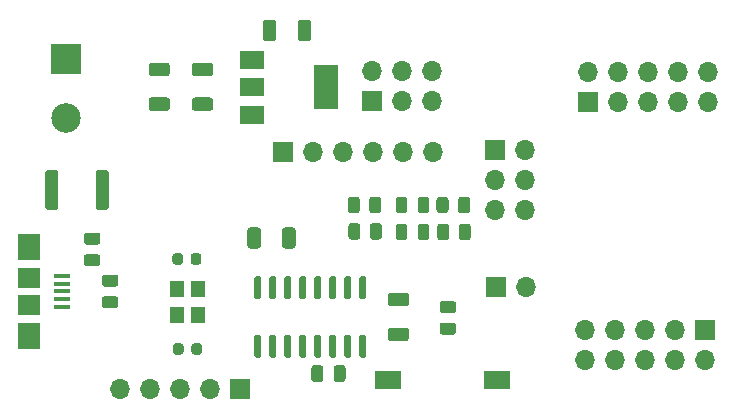
<source format=gbr>
%TF.GenerationSoftware,KiCad,Pcbnew,(5.1.7)-1*%
%TF.CreationDate,2020-11-23T17:16:41+01:00*%
%TF.ProjectId,control,636f6e74-726f-46c2-9e6b-696361645f70,rev?*%
%TF.SameCoordinates,Original*%
%TF.FileFunction,Soldermask,Top*%
%TF.FilePolarity,Negative*%
%FSLAX46Y46*%
G04 Gerber Fmt 4.6, Leading zero omitted, Abs format (unit mm)*
G04 Created by KiCad (PCBNEW (5.1.7)-1) date 2020-11-23 17:16:41*
%MOMM*%
%LPD*%
G01*
G04 APERTURE LIST*
%ADD10R,1.900000X1.800000*%
%ADD11R,1.900000X2.300000*%
%ADD12R,1.400000X0.400000*%
%ADD13R,2.500000X2.500000*%
%ADD14C,2.500000*%
%ADD15R,1.700000X1.700000*%
%ADD16O,1.700000X1.700000*%
%ADD17R,2.000000X3.800000*%
%ADD18R,2.000000X1.500000*%
%ADD19R,1.200000X1.400000*%
%ADD20R,2.180000X1.600000*%
G04 APERTURE END LIST*
%TO.C,U1*%
G36*
G01*
X135943200Y-89742600D02*
X136243200Y-89742600D01*
G75*
G02*
X136393200Y-89892600I0J-150000D01*
G01*
X136393200Y-91542600D01*
G75*
G02*
X136243200Y-91692600I-150000J0D01*
G01*
X135943200Y-91692600D01*
G75*
G02*
X135793200Y-91542600I0J150000D01*
G01*
X135793200Y-89892600D01*
G75*
G02*
X135943200Y-89742600I150000J0D01*
G01*
G37*
G36*
G01*
X134673200Y-89742600D02*
X134973200Y-89742600D01*
G75*
G02*
X135123200Y-89892600I0J-150000D01*
G01*
X135123200Y-91542600D01*
G75*
G02*
X134973200Y-91692600I-150000J0D01*
G01*
X134673200Y-91692600D01*
G75*
G02*
X134523200Y-91542600I0J150000D01*
G01*
X134523200Y-89892600D01*
G75*
G02*
X134673200Y-89742600I150000J0D01*
G01*
G37*
G36*
G01*
X133403200Y-89742600D02*
X133703200Y-89742600D01*
G75*
G02*
X133853200Y-89892600I0J-150000D01*
G01*
X133853200Y-91542600D01*
G75*
G02*
X133703200Y-91692600I-150000J0D01*
G01*
X133403200Y-91692600D01*
G75*
G02*
X133253200Y-91542600I0J150000D01*
G01*
X133253200Y-89892600D01*
G75*
G02*
X133403200Y-89742600I150000J0D01*
G01*
G37*
G36*
G01*
X132133200Y-89742600D02*
X132433200Y-89742600D01*
G75*
G02*
X132583200Y-89892600I0J-150000D01*
G01*
X132583200Y-91542600D01*
G75*
G02*
X132433200Y-91692600I-150000J0D01*
G01*
X132133200Y-91692600D01*
G75*
G02*
X131983200Y-91542600I0J150000D01*
G01*
X131983200Y-89892600D01*
G75*
G02*
X132133200Y-89742600I150000J0D01*
G01*
G37*
G36*
G01*
X130863200Y-89742600D02*
X131163200Y-89742600D01*
G75*
G02*
X131313200Y-89892600I0J-150000D01*
G01*
X131313200Y-91542600D01*
G75*
G02*
X131163200Y-91692600I-150000J0D01*
G01*
X130863200Y-91692600D01*
G75*
G02*
X130713200Y-91542600I0J150000D01*
G01*
X130713200Y-89892600D01*
G75*
G02*
X130863200Y-89742600I150000J0D01*
G01*
G37*
G36*
G01*
X129593200Y-89742600D02*
X129893200Y-89742600D01*
G75*
G02*
X130043200Y-89892600I0J-150000D01*
G01*
X130043200Y-91542600D01*
G75*
G02*
X129893200Y-91692600I-150000J0D01*
G01*
X129593200Y-91692600D01*
G75*
G02*
X129443200Y-91542600I0J150000D01*
G01*
X129443200Y-89892600D01*
G75*
G02*
X129593200Y-89742600I150000J0D01*
G01*
G37*
G36*
G01*
X128323200Y-89742600D02*
X128623200Y-89742600D01*
G75*
G02*
X128773200Y-89892600I0J-150000D01*
G01*
X128773200Y-91542600D01*
G75*
G02*
X128623200Y-91692600I-150000J0D01*
G01*
X128323200Y-91692600D01*
G75*
G02*
X128173200Y-91542600I0J150000D01*
G01*
X128173200Y-89892600D01*
G75*
G02*
X128323200Y-89742600I150000J0D01*
G01*
G37*
G36*
G01*
X127053200Y-89742600D02*
X127353200Y-89742600D01*
G75*
G02*
X127503200Y-89892600I0J-150000D01*
G01*
X127503200Y-91542600D01*
G75*
G02*
X127353200Y-91692600I-150000J0D01*
G01*
X127053200Y-91692600D01*
G75*
G02*
X126903200Y-91542600I0J150000D01*
G01*
X126903200Y-89892600D01*
G75*
G02*
X127053200Y-89742600I150000J0D01*
G01*
G37*
G36*
G01*
X127053200Y-94692600D02*
X127353200Y-94692600D01*
G75*
G02*
X127503200Y-94842600I0J-150000D01*
G01*
X127503200Y-96492600D01*
G75*
G02*
X127353200Y-96642600I-150000J0D01*
G01*
X127053200Y-96642600D01*
G75*
G02*
X126903200Y-96492600I0J150000D01*
G01*
X126903200Y-94842600D01*
G75*
G02*
X127053200Y-94692600I150000J0D01*
G01*
G37*
G36*
G01*
X128323200Y-94692600D02*
X128623200Y-94692600D01*
G75*
G02*
X128773200Y-94842600I0J-150000D01*
G01*
X128773200Y-96492600D01*
G75*
G02*
X128623200Y-96642600I-150000J0D01*
G01*
X128323200Y-96642600D01*
G75*
G02*
X128173200Y-96492600I0J150000D01*
G01*
X128173200Y-94842600D01*
G75*
G02*
X128323200Y-94692600I150000J0D01*
G01*
G37*
G36*
G01*
X129593200Y-94692600D02*
X129893200Y-94692600D01*
G75*
G02*
X130043200Y-94842600I0J-150000D01*
G01*
X130043200Y-96492600D01*
G75*
G02*
X129893200Y-96642600I-150000J0D01*
G01*
X129593200Y-96642600D01*
G75*
G02*
X129443200Y-96492600I0J150000D01*
G01*
X129443200Y-94842600D01*
G75*
G02*
X129593200Y-94692600I150000J0D01*
G01*
G37*
G36*
G01*
X130863200Y-94692600D02*
X131163200Y-94692600D01*
G75*
G02*
X131313200Y-94842600I0J-150000D01*
G01*
X131313200Y-96492600D01*
G75*
G02*
X131163200Y-96642600I-150000J0D01*
G01*
X130863200Y-96642600D01*
G75*
G02*
X130713200Y-96492600I0J150000D01*
G01*
X130713200Y-94842600D01*
G75*
G02*
X130863200Y-94692600I150000J0D01*
G01*
G37*
G36*
G01*
X132133200Y-94692600D02*
X132433200Y-94692600D01*
G75*
G02*
X132583200Y-94842600I0J-150000D01*
G01*
X132583200Y-96492600D01*
G75*
G02*
X132433200Y-96642600I-150000J0D01*
G01*
X132133200Y-96642600D01*
G75*
G02*
X131983200Y-96492600I0J150000D01*
G01*
X131983200Y-94842600D01*
G75*
G02*
X132133200Y-94692600I150000J0D01*
G01*
G37*
G36*
G01*
X133403200Y-94692600D02*
X133703200Y-94692600D01*
G75*
G02*
X133853200Y-94842600I0J-150000D01*
G01*
X133853200Y-96492600D01*
G75*
G02*
X133703200Y-96642600I-150000J0D01*
G01*
X133403200Y-96642600D01*
G75*
G02*
X133253200Y-96492600I0J150000D01*
G01*
X133253200Y-94842600D01*
G75*
G02*
X133403200Y-94692600I150000J0D01*
G01*
G37*
G36*
G01*
X134673200Y-94692600D02*
X134973200Y-94692600D01*
G75*
G02*
X135123200Y-94842600I0J-150000D01*
G01*
X135123200Y-96492600D01*
G75*
G02*
X134973200Y-96642600I-150000J0D01*
G01*
X134673200Y-96642600D01*
G75*
G02*
X134523200Y-96492600I0J150000D01*
G01*
X134523200Y-94842600D01*
G75*
G02*
X134673200Y-94692600I150000J0D01*
G01*
G37*
G36*
G01*
X135943200Y-94692600D02*
X136243200Y-94692600D01*
G75*
G02*
X136393200Y-94842600I0J-150000D01*
G01*
X136393200Y-96492600D01*
G75*
G02*
X136243200Y-96642600I-150000J0D01*
G01*
X135943200Y-96642600D01*
G75*
G02*
X135793200Y-96492600I0J150000D01*
G01*
X135793200Y-94842600D01*
G75*
G02*
X135943200Y-94692600I150000J0D01*
G01*
G37*
%TD*%
%TO.C,C1*%
G36*
G01*
X139765801Y-95242600D02*
X138465799Y-95242600D01*
G75*
G02*
X138215800Y-94992601I0J249999D01*
G01*
X138215800Y-94342599D01*
G75*
G02*
X138465799Y-94092600I249999J0D01*
G01*
X139765801Y-94092600D01*
G75*
G02*
X140015800Y-94342599I0J-249999D01*
G01*
X140015800Y-94992601D01*
G75*
G02*
X139765801Y-95242600I-249999J0D01*
G01*
G37*
G36*
G01*
X139765801Y-92292600D02*
X138465799Y-92292600D01*
G75*
G02*
X138215800Y-92042601I0J249999D01*
G01*
X138215800Y-91392599D01*
G75*
G02*
X138465799Y-91142600I249999J0D01*
G01*
X139765801Y-91142600D01*
G75*
G02*
X140015800Y-91392599I0J-249999D01*
G01*
X140015800Y-92042601D01*
G75*
G02*
X139765801Y-92292600I-249999J0D01*
G01*
G37*
%TD*%
%TO.C,C3*%
G36*
G01*
X119522001Y-72810800D02*
X118221999Y-72810800D01*
G75*
G02*
X117972000Y-72560801I0J249999D01*
G01*
X117972000Y-71910799D01*
G75*
G02*
X118221999Y-71660800I249999J0D01*
G01*
X119522001Y-71660800D01*
G75*
G02*
X119772000Y-71910799I0J-249999D01*
G01*
X119772000Y-72560801D01*
G75*
G02*
X119522001Y-72810800I-249999J0D01*
G01*
G37*
G36*
G01*
X119522001Y-75760800D02*
X118221999Y-75760800D01*
G75*
G02*
X117972000Y-75510801I0J249999D01*
G01*
X117972000Y-74860799D01*
G75*
G02*
X118221999Y-74610800I249999J0D01*
G01*
X119522001Y-74610800D01*
G75*
G02*
X119772000Y-74860799I0J-249999D01*
G01*
X119772000Y-75510801D01*
G75*
G02*
X119522001Y-75760800I-249999J0D01*
G01*
G37*
%TD*%
%TO.C,C5*%
G36*
G01*
X127471600Y-85862399D02*
X127471600Y-87162401D01*
G75*
G02*
X127221601Y-87412400I-249999J0D01*
G01*
X126571599Y-87412400D01*
G75*
G02*
X126321600Y-87162401I0J249999D01*
G01*
X126321600Y-85862399D01*
G75*
G02*
X126571599Y-85612400I249999J0D01*
G01*
X127221601Y-85612400D01*
G75*
G02*
X127471600Y-85862399I0J-249999D01*
G01*
G37*
G36*
G01*
X130421600Y-85862399D02*
X130421600Y-87162401D01*
G75*
G02*
X130171601Y-87412400I-249999J0D01*
G01*
X129521599Y-87412400D01*
G75*
G02*
X129271600Y-87162401I0J249999D01*
G01*
X129271600Y-85862399D01*
G75*
G02*
X129521599Y-85612400I249999J0D01*
G01*
X130171601Y-85612400D01*
G75*
G02*
X130421600Y-85862399I0J-249999D01*
G01*
G37*
%TD*%
%TO.C,C6*%
G36*
G01*
X123179601Y-75760800D02*
X121879599Y-75760800D01*
G75*
G02*
X121629600Y-75510801I0J249999D01*
G01*
X121629600Y-74860799D01*
G75*
G02*
X121879599Y-74610800I249999J0D01*
G01*
X123179601Y-74610800D01*
G75*
G02*
X123429600Y-74860799I0J-249999D01*
G01*
X123429600Y-75510801D01*
G75*
G02*
X123179601Y-75760800I-249999J0D01*
G01*
G37*
G36*
G01*
X123179601Y-72810800D02*
X121879599Y-72810800D01*
G75*
G02*
X121629600Y-72560801I0J249999D01*
G01*
X121629600Y-71910799D01*
G75*
G02*
X121879599Y-71660800I249999J0D01*
G01*
X123179601Y-71660800D01*
G75*
G02*
X123429600Y-71910799I0J-249999D01*
G01*
X123429600Y-72560801D01*
G75*
G02*
X123179601Y-72810800I-249999J0D01*
G01*
G37*
%TD*%
%TO.C,D1*%
G36*
G01*
X138884600Y-86460650D02*
X138884600Y-85548150D01*
G75*
G02*
X139128350Y-85304400I243750J0D01*
G01*
X139615850Y-85304400D01*
G75*
G02*
X139859600Y-85548150I0J-243750D01*
G01*
X139859600Y-86460650D01*
G75*
G02*
X139615850Y-86704400I-243750J0D01*
G01*
X139128350Y-86704400D01*
G75*
G02*
X138884600Y-86460650I0J243750D01*
G01*
G37*
G36*
G01*
X140759600Y-86460650D02*
X140759600Y-85548150D01*
G75*
G02*
X141003350Y-85304400I243750J0D01*
G01*
X141490850Y-85304400D01*
G75*
G02*
X141734600Y-85548150I0J-243750D01*
G01*
X141734600Y-86460650D01*
G75*
G02*
X141490850Y-86704400I-243750J0D01*
G01*
X141003350Y-86704400D01*
G75*
G02*
X140759600Y-86460650I0J243750D01*
G01*
G37*
%TD*%
%TO.C,D2*%
G36*
G01*
X140759600Y-84174650D02*
X140759600Y-83262150D01*
G75*
G02*
X141003350Y-83018400I243750J0D01*
G01*
X141490850Y-83018400D01*
G75*
G02*
X141734600Y-83262150I0J-243750D01*
G01*
X141734600Y-84174650D01*
G75*
G02*
X141490850Y-84418400I-243750J0D01*
G01*
X141003350Y-84418400D01*
G75*
G02*
X140759600Y-84174650I0J243750D01*
G01*
G37*
G36*
G01*
X138884600Y-84174650D02*
X138884600Y-83262150D01*
G75*
G02*
X139128350Y-83018400I243750J0D01*
G01*
X139615850Y-83018400D01*
G75*
G02*
X139859600Y-83262150I0J-243750D01*
G01*
X139859600Y-84174650D01*
G75*
G02*
X139615850Y-84418400I-243750J0D01*
G01*
X139128350Y-84418400D01*
G75*
G02*
X138884600Y-84174650I0J243750D01*
G01*
G37*
%TD*%
%TO.C,F1*%
G36*
G01*
X109212400Y-83898401D02*
X109212400Y-80998399D01*
G75*
G02*
X109462399Y-80748400I249999J0D01*
G01*
X110087401Y-80748400D01*
G75*
G02*
X110337400Y-80998399I0J-249999D01*
G01*
X110337400Y-83898401D01*
G75*
G02*
X110087401Y-84148400I-249999J0D01*
G01*
X109462399Y-84148400D01*
G75*
G02*
X109212400Y-83898401I0J249999D01*
G01*
G37*
G36*
G01*
X113487400Y-83898401D02*
X113487400Y-80998399D01*
G75*
G02*
X113737399Y-80748400I249999J0D01*
G01*
X114362401Y-80748400D01*
G75*
G02*
X114612400Y-80998399I0J-249999D01*
G01*
X114612400Y-83898401D01*
G75*
G02*
X114362401Y-84148400I-249999J0D01*
G01*
X113737399Y-84148400D01*
G75*
G02*
X113487400Y-83898401I0J249999D01*
G01*
G37*
%TD*%
D10*
%TO.C,J1*%
X107818400Y-92183600D03*
X107818400Y-89883600D03*
D11*
X107818400Y-94783600D03*
X107818400Y-87283600D03*
D12*
X110668400Y-92333600D03*
X110668400Y-91683600D03*
X110668400Y-91033600D03*
X110668400Y-90383600D03*
X110668400Y-89733600D03*
%TD*%
D13*
%TO.C,J2*%
X110998000Y-71374000D03*
D14*
X110998000Y-76374000D03*
%TD*%
D15*
%TO.C,J3*%
X147320000Y-79095600D03*
D16*
X149860000Y-79095600D03*
X147320000Y-81635600D03*
X149860000Y-81635600D03*
X147320000Y-84175600D03*
X149860000Y-84175600D03*
%TD*%
D15*
%TO.C,J4*%
X165100000Y-94284800D03*
D16*
X165100000Y-96824800D03*
X162560000Y-94284800D03*
X162560000Y-96824800D03*
X160020000Y-94284800D03*
X160020000Y-96824800D03*
X157480000Y-94284800D03*
X157480000Y-96824800D03*
X154940000Y-94284800D03*
X154940000Y-96824800D03*
%TD*%
D15*
%TO.C,J7*%
X147370800Y-90627200D03*
D16*
X149910800Y-90627200D03*
%TD*%
D15*
%TO.C,J8*%
X155143200Y-74980800D03*
D16*
X155143200Y-72440800D03*
X157683200Y-74980800D03*
X157683200Y-72440800D03*
X160223200Y-74980800D03*
X160223200Y-72440800D03*
X162763200Y-74980800D03*
X162763200Y-72440800D03*
X165303200Y-74980800D03*
X165303200Y-72440800D03*
%TD*%
%TO.C,R1*%
G36*
G01*
X143756801Y-94693800D02*
X142856799Y-94693800D01*
G75*
G02*
X142606800Y-94443801I0J249999D01*
G01*
X142606800Y-93918799D01*
G75*
G02*
X142856799Y-93668800I249999J0D01*
G01*
X143756801Y-93668800D01*
G75*
G02*
X144006800Y-93918799I0J-249999D01*
G01*
X144006800Y-94443801D01*
G75*
G02*
X143756801Y-94693800I-249999J0D01*
G01*
G37*
G36*
G01*
X143756801Y-92868800D02*
X142856799Y-92868800D01*
G75*
G02*
X142606800Y-92618801I0J249999D01*
G01*
X142606800Y-92093799D01*
G75*
G02*
X142856799Y-91843800I249999J0D01*
G01*
X143756801Y-91843800D01*
G75*
G02*
X144006800Y-92093799I0J-249999D01*
G01*
X144006800Y-92618801D01*
G75*
G02*
X143756801Y-92868800I-249999J0D01*
G01*
G37*
%TD*%
%TO.C,R2*%
G36*
G01*
X135896400Y-85503599D02*
X135896400Y-86403601D01*
G75*
G02*
X135646401Y-86653600I-249999J0D01*
G01*
X135121399Y-86653600D01*
G75*
G02*
X134871400Y-86403601I0J249999D01*
G01*
X134871400Y-85503599D01*
G75*
G02*
X135121399Y-85253600I249999J0D01*
G01*
X135646401Y-85253600D01*
G75*
G02*
X135896400Y-85503599I0J-249999D01*
G01*
G37*
G36*
G01*
X137721400Y-85503599D02*
X137721400Y-86403601D01*
G75*
G02*
X137471401Y-86653600I-249999J0D01*
G01*
X136946399Y-86653600D01*
G75*
G02*
X136696400Y-86403601I0J249999D01*
G01*
X136696400Y-85503599D01*
G75*
G02*
X136946399Y-85253600I249999J0D01*
G01*
X137471401Y-85253600D01*
G75*
G02*
X137721400Y-85503599I0J-249999D01*
G01*
G37*
%TD*%
%TO.C,R3*%
G36*
G01*
X137670600Y-83268399D02*
X137670600Y-84168401D01*
G75*
G02*
X137420601Y-84418400I-249999J0D01*
G01*
X136895599Y-84418400D01*
G75*
G02*
X136645600Y-84168401I0J249999D01*
G01*
X136645600Y-83268399D01*
G75*
G02*
X136895599Y-83018400I249999J0D01*
G01*
X137420601Y-83018400D01*
G75*
G02*
X137670600Y-83268399I0J-249999D01*
G01*
G37*
G36*
G01*
X135845600Y-83268399D02*
X135845600Y-84168401D01*
G75*
G02*
X135595601Y-84418400I-249999J0D01*
G01*
X135070599Y-84418400D01*
G75*
G02*
X134820600Y-84168401I0J249999D01*
G01*
X134820600Y-83268399D01*
G75*
G02*
X135070599Y-83018400I249999J0D01*
G01*
X135595601Y-83018400D01*
G75*
G02*
X135845600Y-83268399I0J-249999D01*
G01*
G37*
%TD*%
%TO.C,R4*%
G36*
G01*
X145239800Y-85554399D02*
X145239800Y-86454401D01*
G75*
G02*
X144989801Y-86704400I-249999J0D01*
G01*
X144464799Y-86704400D01*
G75*
G02*
X144214800Y-86454401I0J249999D01*
G01*
X144214800Y-85554399D01*
G75*
G02*
X144464799Y-85304400I249999J0D01*
G01*
X144989801Y-85304400D01*
G75*
G02*
X145239800Y-85554399I0J-249999D01*
G01*
G37*
G36*
G01*
X143414800Y-85554399D02*
X143414800Y-86454401D01*
G75*
G02*
X143164801Y-86704400I-249999J0D01*
G01*
X142639799Y-86704400D01*
G75*
G02*
X142389800Y-86454401I0J249999D01*
G01*
X142389800Y-85554399D01*
G75*
G02*
X142639799Y-85304400I249999J0D01*
G01*
X143164801Y-85304400D01*
G75*
G02*
X143414800Y-85554399I0J-249999D01*
G01*
G37*
%TD*%
%TO.C,R5*%
G36*
G01*
X144164000Y-84168401D02*
X144164000Y-83268399D01*
G75*
G02*
X144413999Y-83018400I249999J0D01*
G01*
X144939001Y-83018400D01*
G75*
G02*
X145189000Y-83268399I0J-249999D01*
G01*
X145189000Y-84168401D01*
G75*
G02*
X144939001Y-84418400I-249999J0D01*
G01*
X144413999Y-84418400D01*
G75*
G02*
X144164000Y-84168401I0J249999D01*
G01*
G37*
G36*
G01*
X142339000Y-84168401D02*
X142339000Y-83268399D01*
G75*
G02*
X142588999Y-83018400I249999J0D01*
G01*
X143114001Y-83018400D01*
G75*
G02*
X143364000Y-83268399I0J-249999D01*
G01*
X143364000Y-84168401D01*
G75*
G02*
X143114001Y-84418400I-249999J0D01*
G01*
X142588999Y-84418400D01*
G75*
G02*
X142339000Y-84168401I0J249999D01*
G01*
G37*
%TD*%
%TO.C,C12*%
G36*
G01*
X131742400Y-68285599D02*
X131742400Y-69585601D01*
G75*
G02*
X131492401Y-69835600I-249999J0D01*
G01*
X130842399Y-69835600D01*
G75*
G02*
X130592400Y-69585601I0J249999D01*
G01*
X130592400Y-68285599D01*
G75*
G02*
X130842399Y-68035600I249999J0D01*
G01*
X131492401Y-68035600D01*
G75*
G02*
X131742400Y-68285599I0J-249999D01*
G01*
G37*
G36*
G01*
X128792400Y-68285599D02*
X128792400Y-69585601D01*
G75*
G02*
X128542401Y-69835600I-249999J0D01*
G01*
X127892399Y-69835600D01*
G75*
G02*
X127642400Y-69585601I0J249999D01*
G01*
X127642400Y-68285599D01*
G75*
G02*
X127892399Y-68035600I249999J0D01*
G01*
X128542401Y-68035600D01*
G75*
G02*
X128792400Y-68285599I0J-249999D01*
G01*
G37*
%TD*%
D17*
%TO.C,U4*%
X132994800Y-73761600D03*
D18*
X126694800Y-73761600D03*
X126694800Y-76061600D03*
X126694800Y-71461600D03*
%TD*%
D19*
%TO.C,Y1*%
X120409600Y-90797200D03*
X120409600Y-92997200D03*
X122109600Y-92997200D03*
X122109600Y-90797200D03*
%TD*%
%TO.C,C2*%
G36*
G01*
X121533800Y-88540400D02*
X121533800Y-88040400D01*
G75*
G02*
X121758800Y-87815400I225000J0D01*
G01*
X122208800Y-87815400D01*
G75*
G02*
X122433800Y-88040400I0J-225000D01*
G01*
X122433800Y-88540400D01*
G75*
G02*
X122208800Y-88765400I-225000J0D01*
G01*
X121758800Y-88765400D01*
G75*
G02*
X121533800Y-88540400I0J225000D01*
G01*
G37*
G36*
G01*
X119983800Y-88540400D02*
X119983800Y-88040400D01*
G75*
G02*
X120208800Y-87815400I225000J0D01*
G01*
X120658800Y-87815400D01*
G75*
G02*
X120883800Y-88040400I0J-225000D01*
G01*
X120883800Y-88540400D01*
G75*
G02*
X120658800Y-88765400I-225000J0D01*
G01*
X120208800Y-88765400D01*
G75*
G02*
X119983800Y-88540400I0J225000D01*
G01*
G37*
%TD*%
%TO.C,C4*%
G36*
G01*
X122484600Y-95660400D02*
X122484600Y-96160400D01*
G75*
G02*
X122259600Y-96385400I-225000J0D01*
G01*
X121809600Y-96385400D01*
G75*
G02*
X121584600Y-96160400I0J225000D01*
G01*
X121584600Y-95660400D01*
G75*
G02*
X121809600Y-95435400I225000J0D01*
G01*
X122259600Y-95435400D01*
G75*
G02*
X122484600Y-95660400I0J-225000D01*
G01*
G37*
G36*
G01*
X120934600Y-95660400D02*
X120934600Y-96160400D01*
G75*
G02*
X120709600Y-96385400I-225000J0D01*
G01*
X120259600Y-96385400D01*
G75*
G02*
X120034600Y-96160400I0J225000D01*
G01*
X120034600Y-95660400D01*
G75*
G02*
X120259600Y-95435400I225000J0D01*
G01*
X120709600Y-95435400D01*
G75*
G02*
X120934600Y-95660400I0J-225000D01*
G01*
G37*
%TD*%
D15*
%TO.C,J5*%
X136906000Y-74930000D03*
D16*
X136906000Y-72390000D03*
X139446000Y-74930000D03*
X139446000Y-72390000D03*
X141986000Y-74930000D03*
X141986000Y-72390000D03*
%TD*%
D15*
%TO.C,J6*%
X125679200Y-99314000D03*
D16*
X123139200Y-99314000D03*
X120599200Y-99314000D03*
X118059200Y-99314000D03*
X115519200Y-99314000D03*
%TD*%
D15*
%TO.C,J9*%
X129387600Y-79197200D03*
D16*
X131927600Y-79197200D03*
X134467600Y-79197200D03*
X137007600Y-79197200D03*
X139547600Y-79197200D03*
X142087600Y-79197200D03*
%TD*%
%TO.C,R6*%
G36*
G01*
X112732399Y-87877600D02*
X113632401Y-87877600D01*
G75*
G02*
X113882400Y-88127599I0J-249999D01*
G01*
X113882400Y-88652601D01*
G75*
G02*
X113632401Y-88902600I-249999J0D01*
G01*
X112732399Y-88902600D01*
G75*
G02*
X112482400Y-88652601I0J249999D01*
G01*
X112482400Y-88127599D01*
G75*
G02*
X112732399Y-87877600I249999J0D01*
G01*
G37*
G36*
G01*
X112732399Y-86052600D02*
X113632401Y-86052600D01*
G75*
G02*
X113882400Y-86302599I0J-249999D01*
G01*
X113882400Y-86827601D01*
G75*
G02*
X113632401Y-87077600I-249999J0D01*
G01*
X112732399Y-87077600D01*
G75*
G02*
X112482400Y-86827601I0J249999D01*
G01*
X112482400Y-86302599D01*
G75*
G02*
X112732399Y-86052600I249999J0D01*
G01*
G37*
%TD*%
%TO.C,R7*%
G36*
G01*
X114256399Y-89608600D02*
X115156401Y-89608600D01*
G75*
G02*
X115406400Y-89858599I0J-249999D01*
G01*
X115406400Y-90383601D01*
G75*
G02*
X115156401Y-90633600I-249999J0D01*
G01*
X114256399Y-90633600D01*
G75*
G02*
X114006400Y-90383601I0J249999D01*
G01*
X114006400Y-89858599D01*
G75*
G02*
X114256399Y-89608600I249999J0D01*
G01*
G37*
G36*
G01*
X114256399Y-91433600D02*
X115156401Y-91433600D01*
G75*
G02*
X115406400Y-91683599I0J-249999D01*
G01*
X115406400Y-92208601D01*
G75*
G02*
X115156401Y-92458600I-249999J0D01*
G01*
X114256399Y-92458600D01*
G75*
G02*
X114006400Y-92208601I0J249999D01*
G01*
X114006400Y-91683599D01*
G75*
G02*
X114256399Y-91433600I249999J0D01*
G01*
G37*
%TD*%
%TO.C,C13*%
G36*
G01*
X134647600Y-97518200D02*
X134647600Y-98468200D01*
G75*
G02*
X134397600Y-98718200I-250000J0D01*
G01*
X133897600Y-98718200D01*
G75*
G02*
X133647600Y-98468200I0J250000D01*
G01*
X133647600Y-97518200D01*
G75*
G02*
X133897600Y-97268200I250000J0D01*
G01*
X134397600Y-97268200D01*
G75*
G02*
X134647600Y-97518200I0J-250000D01*
G01*
G37*
G36*
G01*
X132747600Y-97518200D02*
X132747600Y-98468200D01*
G75*
G02*
X132497600Y-98718200I-250000J0D01*
G01*
X131997600Y-98718200D01*
G75*
G02*
X131747600Y-98468200I0J250000D01*
G01*
X131747600Y-97518200D01*
G75*
G02*
X131997600Y-97268200I250000J0D01*
G01*
X132497600Y-97268200D01*
G75*
G02*
X132747600Y-97518200I0J-250000D01*
G01*
G37*
%TD*%
D20*
%TO.C,SW1*%
X138259600Y-98552000D03*
X147439600Y-98552000D03*
%TD*%
M02*

</source>
